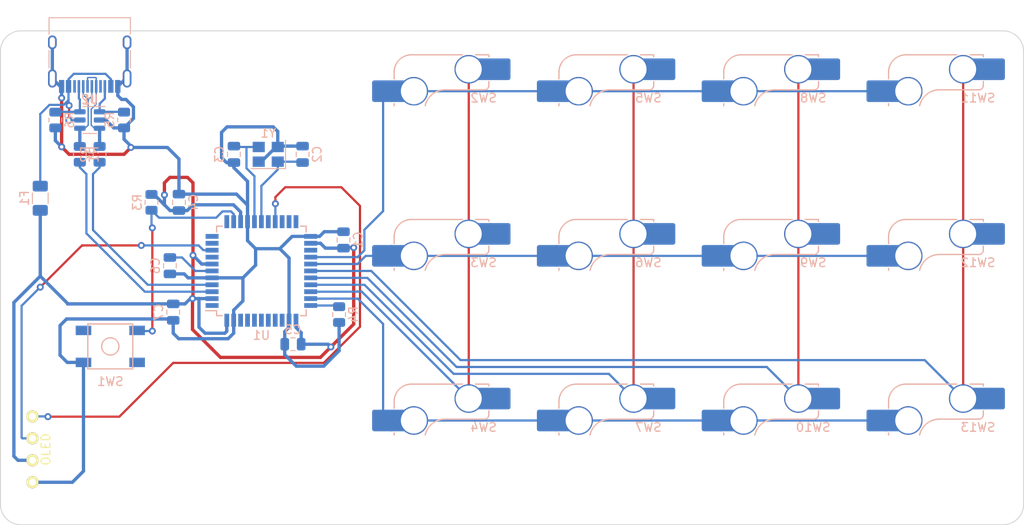
<source format=kicad_pcb>
(kicad_pcb (version 20211014) (generator pcbnew)
  (layers (0 "F.Cu" signal) (31 "B.Cu" signal) (34 "B.Paste" user) (35 "F.Paste" user) (36 "B.SilkS" user "B.Silkscreen") (37 "F.SilkS" user "F.Silkscreen") (38 "B.Mask" user) (39 "F.Mask" user) (44 "Edge.Cuts" user))
  (net 0 "")
  (net 1 "+5V")
  (net 2 "GND")
  (net 3 "Net-(C2-Pad1)")
  (net 4 "Net-(C3-Pad1)")
  (net 5 "Net-(C6-Pad1)")
  (net 6 "ESD5V")
  (net 7 "CC1")
  (net 8 "D+")
  (net 9 "D-")
  (net 11 "CC2")
  (net 13 "SDA")
  (net 14 "SCL")
  (net 15 "Net-(R1-Pad1)")
  (net 16 "Net-(R2-Pad2)")
  (net 17 "Net-(R3-Pad2)")
  (net 18 "Net-(R4-Pad2)")
  (net 19 "ROW0")
  (net 20 "COL0")
  (net 21 "ROW1")
  (net 22 "ROW2")
  (net 23 "COL1")
  (net 24 "COL2")
  (net 25 "COL3")
  (footprint "kbd:OLED_v2" (layer "F.Cu") (at 142.6075 100.80625 -90)
    (fp_text reference "OL1")
    (fp_text value "OLED" hide)
  )
  (footprint "Resistor_SMD:R_0805_2012Metric" (layer "B.Cu") (at 148.082 66.675 90)
    (fp_text reference "R1")
    (fp_text value "22")
  )
  (footprint "marbastlib-mx:SW_MX_HS_1u" (layer "B.Cu") (at 190.5 61.9125 180)
    (fp_text reference "SW2")
    (fp_text value "MX_SW_HS" hide)
  )
  (footprint "Crystal:Crystal_SMD_3225-4Pin_3.2x2.5mm" (layer "B.Cu") (at 169.8625 66.675 180)
    (fp_text reference "Y1")
    (fp_text value "16MHz")
  )
  (footprint "marbastlib-mx:SW_MX_HS_1u" (layer "B.Cu") (at 209.55 100.0125 180)
    (fp_text reference "SW7")
    (fp_text value "MX_SW_HS" hide)
  )
  (footprint "marbastlib-mx:SW_MX_HS_1u" (layer "B.Cu") (at 228.6 100.0125 180)
    (fp_text reference "SW10")
    (fp_text value "MX_SW_HS" hide)
  )
  (footprint "random-keyboard-parts:SKQG-1155865" (layer "B.Cu") (at 151.60625 88.9 180)
    (fp_text reference "SW1")
    (fp_text value "SW_Push")
  )
  (footprint "marbastlib-mx:SW_MX_HS_1u" (layer "B.Cu") (at 209.55 80.9625 180)
    (fp_text reference "SW6")
    (fp_text value "MX_SW_HS" hide)
  )
  (footprint "marbastlib-mx:SW_MX_HS_1u" (layer "B.Cu") (at 247.65 61.9125 180)
    (fp_text reference "SW11")
    (fp_text value "MX_SW_HS" hide)
  )
  (footprint "marbastlib-mx:SW_MX_HS_1u" (layer "B.Cu") (at 228.6 61.9125 180)
    (fp_text reference "SW8")
    (fp_text value "MX_SW_HS" hide)
  )
  (footprint "marbastlib-mx:SW_MX_HS_1u" (layer "B.Cu") (at 190.5 80.9625 180)
    (fp_text reference "SW3")
    (fp_text value "MX_SW_HS" hide)
  )
  (footprint "Capacitor_SMD:C_0805_2012Metric" (layer "B.Cu") (at 172.72 88.646 180)
    (fp_text reference "C5")
    (fp_text value "0.1uF")
  )
  (footprint "Capacitor_SMD:C_0805_2012Metric" (layer "B.Cu") (at 165.89375 66.675 -90)
    (fp_text reference "C3")
    (fp_text value "22pF")
  )
  (footprint "Capacitor_SMD:C_0805_2012Metric" (layer "B.Cu") (at 173.83125 66.675 90)
    (fp_text reference "C2")
    (fp_text value "22pF")
  )
  (footprint "marbastlib-mx:SW_MX_HS_1u" (layer "B.Cu") (at 190.5 100.0125 180)
    (fp_text reference "SW4")
    (fp_text value "MX_SW_HS" hide)
  )
  (footprint "Capacitor_SMD:C_0805_2012Metric" (layer "B.Cu") (at 158.877 84.93125 -90)
    (fp_text reference "C7")
    (fp_text value "10uF")
  )
  (footprint "Connector_USB:USB_C_Receptacle_HRO_TYPE-C-31-M-12" (layer "B.Cu") (at 149.225 54.76875)
    (fp_text reference "J1")
    (fp_text value "USB_C_Receptacle_USB2.0")
  )
  (footprint "Package_TO_SOT_SMD:SOT-23-6" (layer "B.Cu") (at 149.225 62.70625 180)
    (fp_text reference "U2")
    (fp_text value "SRV05-4")
  )
  (footprint "marbastlib-mx:SW_MX_HS_1u" (layer "B.Cu") (at 247.65 100.0125 180)
    (fp_text reference "SW13")
    (fp_text value "MX_SW_HS" hide)
  )
  (footprint "marbastlib-mx:SW_MX_HS_1u" (layer "B.Cu") (at 228.6 80.9625 180)
    (fp_text reference "SW9")
    (fp_text value "MX_SW_HS" hide)
  )
  (footprint "Package_QFP:TQFP-44_10x10mm_P0.8mm" (layer "B.Cu") (at 169.06875 80.16875)
    (fp_text reference "U1")
    (fp_text value "ATmega32U4-AU")
  )
  (footprint "Resistor_SMD:R_0805_2012Metric" (layer "B.Cu") (at 178.054 85.217 90)
    (fp_text reference "R4")
    (fp_text value "10k")
  )
  (footprint "Resistor_SMD:R_0805_2012Metric" (layer "B.Cu") (at 156.36875 72.23125 -90)
    (fp_text reference "R3")
    (fp_text value "10k")
  )
  (footprint "Resistor_SMD:R_0805_2012Metric" (layer "B.Cu") (at 145.25625 62.70625 90)
    (fp_text reference "R6")
    (fp_text value "5.1k")
  )
  (footprint "Resistor_SMD:R_0805_2012Metric" (layer "B.Cu") (at 153.19375 62.70625 -90)
    (fp_text reference "R5")
    (fp_text value "5.1k")
  )
  (footprint "marbastlib-mx:SW_MX_HS_1u" (layer "B.Cu") (at 247.65 80.9625 180)
    (fp_text reference "SW12")
    (fp_text value "MX_SW_HS" hide)
  )
  (footprint "Fuse:Fuse_1206_3216Metric" (layer "B.Cu") (at 143.51 71.755 -90)
    (fp_text reference "F1")
    (fp_text value "500mA")
  )
  (footprint "Capacitor_SMD:C_0805_2012Metric" (layer "B.Cu") (at 158.496 79.563 -90)
    (fp_text reference "C6")
    (fp_text value "1uF")
  )
  (footprint "Capacitor_SMD:C_0805_2012Metric" (layer "B.Cu") (at 159.54375 72.23125 90)
    (fp_text reference "C4")
    (fp_text value "0.1uF")
  )
  (footprint "Capacitor_SMD:C_0805_2012Metric" (layer "B.Cu") (at 178.562 76.581 90)
    (fp_text reference "C1")
    (fp_text value "0.1uF")
  )
  (footprint "Resistor_SMD:R_0805_2012Metric" (layer "B.Cu") (at 150.368 66.675 -90)
    (fp_text reference "R2")
    (fp_text value "22")
  )
  (footprint "marbastlib-mx:SW_MX_HS_1u" (layer "B.Cu") (at 209.55 61.9125 180)
    (fp_text reference "SW5")
    (fp_text value "MX_SW_HS" hide)
  )
  (gr_line (start 138.90625 107.15625) (end 138.90625 54.76875) (layer "Edge.Cuts") (width 0.1))
  (gr_line (start 141.2875 109.5375) (end 254.79375 109.5375) (layer "Edge.Cuts") (width 0.1))
  (gr_arc (start 257.175 107.15625) (mid 256.477548 108.840048) (end 254.79375 109.5375) (layer "Edge.Cuts") (width 0.1))
  (gr_arc (start 138.90625 54.76875) (mid 139.603702 53.084952) (end 141.2875 52.3875) (layer "Edge.Cuts") (width 0.1))
  (gr_line (start 257.175 107.15625) (end 257.175 54.76875) (layer "Edge.Cuts") (width 0.1))
  (gr_arc (start 141.2875 109.5375) (mid 139.603702 108.840048) (end 138.90625 107.15625) (layer "Edge.Cuts") (width 0.1))
  (gr_line (start 254.79375 52.3875) (end 141.2875 52.3875) (layer "Edge.Cuts") (width 0.1))
  (gr_arc (start 254.79375 52.3875) (mid 256.477548 53.084952) (end 257.175 54.76875) (layer "Edge.Cuts") (width 0.1))
  (segment (start 161.10625 83.36875) (end 161.10625 86.93825) (width 0.381) (layer "F.Cu") (net 1))
  (segment (start 161.163 69.977) (end 161.163 78.359) (width 0.381) (layer "F.Cu") (net 1))
  (segment (start 158.496 69.342) (end 160.528 69.342) (width 0.381) (layer "F.Cu") (net 1))
  (segment (start 161.163 83.312) (end 161.10625 83.36875) (width 0.381) (layer "F.Cu") (net 1))
  (segment (start 157.861 69.977) (end 158.496 69.342) (width 0.381) (layer "F.Cu") (net 1))
  (segment (start 157.861 71.374) (end 157.861 69.977) (width 0.381) (layer "F.Cu") (net 1))
  (segment (start 177.1015 88.9635) (end 179.7405 86.3245) (width 0.381) (layer "F.Cu") (net 1))
  (segment (start 161.163 78.359) (end 161.163 83.312) (width 0.381) (layer "F.Cu") (net 1))
  (segment (start 175.895 90.17) (end 177.1015 88.9635) (width 0.381) (layer "F.Cu") (net 1))
  (segment (start 161.10625 86.93825) (end 163.322 89.154) (width 0.381) (layer "F.Cu") (net 1))
  (segment (start 160.528 69.342) (end 161.163 69.977) (width 0.381) (layer "F.Cu") (net 1))
  (segment (start 163.322 89.154) (end 164.338 90.17) (width 0.381) (layer "F.Cu") (net 1))
  (segment (start 164.338 90.17) (end 175.895 90.17) (width 0.381) (layer "F.Cu") (net 1))
  (segment (start 179.7405 86.3245) (end 179.7405 77.47) (width 0.381) (layer "F.Cu") (net 1))
  (via (at 177.1015 88.9635) (size 0.8) (drill 0.4) (layers "F.Cu" "B.Cu") (net 1))
  (via (at 179.7405 77.47) (size 0.8) (drill 0.4) (layers "F.Cu" "B.Cu") (net 1))
  (via (at 157.861 71.374) (size 0.8) (drill 0.4) (layers "F.Cu" "B.Cu") (net 1))
  (via (at 161.10625 83.36875) (size 0.8) (drill 0.4) (layers "F.Cu" "B.Cu") (net 1))
  (via (at 161.163 78.359) (size 0.8) (drill 0.4) (layers "F.Cu" "B.Cu") (net 1))
  (segment (start 157.734 72.39) (end 157.9245 72.5805) (width 0.381) (layer "B.Cu") (net 1))
  (segment (start 178.623 77.47) (end 178.562 77.531) (width 0.381) (layer "B.Cu") (net 1))
  (segment (start 162.17275 79.36875) (end 161.163 78.359) (width 0.381) (layer "B.Cu") (net 1))
  (segment (start 163.36875 79.36875) (end 162.17275 79.36875) (width 0.381) (layer "B.Cu") (net 1))
  (segment (start 159.54375 73.18125) (end 160.49875 73.18125) (width 0.381) (layer "B.Cu") (net 1))
  (segment (start 163.36875 83.36875) (end 161.85475 83.36875) (width 0.381) (layer "B.Cu") (net 1))
  (segment (start 179.7405 77.47) (end 178.623 77.47) (width 0.381) (layer "B.Cu") (net 1))
  (segment (start 161.85475 83.36875) (end 161.10625 83.36875) (width 0.381) (layer "B.Cu") (net 1))
  (segment (start 165.848 72.517) (end 166.66875 73.33775) (width 0.381) (layer "B.Cu") (net 1))
  (segment (start 157.9245 72.5805) (end 158.52525 73.18125) (width 0.381) (layer "B.Cu") (net 1))
  (segment (start 166.66875 73.33775) (end 166.66875 74.46875) (width 0.381) (layer "B.Cu") (net 1))
  (segment (start 146.71925 83.98125) (end 158.877 83.98125) (width 0.381) (layer "B.Cu") (net 1))
  (segment (start 161.163 72.517) (end 165.848 72.517) (width 0.381) (layer "B.Cu") (net 1))
  (segment (start 174.76875 76.96875) (end 175.88825 76.96875) (width 0.381) (layer "B.Cu") (net 1))
  (segment (start 173.06875 86.70875) (end 173.67 87.31) (width 0.381) (layer "B.Cu") (net 1))
  (segment (start 160.49875 73.18125) (end 161.163 72.517) (width 0.381) (layer "B.Cu") (net 1))
  (segment (start 161.10625 83.36875) (end 160.85225 83.36875) (width 0.381) (layer "B.Cu") (net 1))
  (segment (start 165.06875 85.86875) (end 165.06875 87.15325) (width 0.381) (layer "B.Cu") (net 1))
  (segment (start 176.464 77.531) (end 178.562 77.531) (width 0.381) (layer "B.Cu") (net 1))
  (segment (start 142.6075 102.07625) (end 140.93825 102.07625) (width 0.381) (layer "B.Cu") (net 1))
  (segment (start 140.93825 102.07625) (end 140.462 101.6) (width 0.381) (layer "B.Cu") (net 1))
  (segment (start 140.462 83.82) (end 143.51 80.772) (width 0.381) (layer "B.Cu") (net 1))
  (segment (start 146.65075 83.98125) (end 146.71925 83.98125) (width 0.381) (layer "B.Cu") (net 1))
  (segment (start 161.85475 86.67075) (end 161.85475 83.36875) (width 0.381) (layer "B.Cu") (net 1))
  (segment (start 176.784 88.646) (end 177.1015 88.9635) (width 0.381) (layer "B.Cu") (net 1))
  (segment (start 165.06875 87.15325) (end 164.846 87.376) (width 0.381) (layer "B.Cu") (net 1))
  (segment (start 175.895 76.962) (end 176.464 77.531) (width 0.381) (layer "B.Cu") (net 1))
  (segment (start 157.9245 72.5805) (end 157.861 72.517) (width 0.381) (layer "B.Cu") (net 1))
  (segment (start 160.85225 83.36875) (end 160.23975 83.98125) (width 0.381) (layer "B.Cu") (net 1))
  (segment (start 173.67 88.646) (end 176.784 88.646) (width 0.381) (layer "B.Cu") (net 1))
  (segment (start 173.06875 85.86875) (end 173.06875 86.70875) (width 0.381) (layer "B.Cu") (net 1))
  (segment (start 156.66275 71.31875) (end 157.734 72.39) (width 0.381) (layer "B.Cu") (net 1))
  (segment (start 160.23975 83.98125) (end 158.877 83.98125) (width 0.381) (layer "B.Cu") (net 1))
  (segment (start 158.52525 73.18125) (end 159.54375 73.18125) (width 0.381) (layer "B.Cu") (net 1))
  (segment (start 140.462 101.6) (end 140.462 83.82) (width 0.381) (layer "B.Cu") (net 1))
  (segment (start 173.67 87.31) (end 173.67 88.646) (width 0.381) (layer "B.Cu") (net 1))
  (segment (start 157.861 72.517) (end 157.861 71.374) (width 0.381) (layer "B.Cu") (net 1))
  (segment (start 156.36875 71.31875) (end 156.66275 71.31875) (width 0.381) (layer "B.Cu") (net 1))
  (segment (start 175.88825 76.96875) (end 175.895 76.962) (width 0.381) (layer "B.Cu") (net 1))
  (segment (start 164.846 87.376) (end 162.56 87.376) (width 0.381) (layer "B.Cu") (net 1))
  (segment (start 162.56 87.376) (end 161.85475 86.67075) (width 0.381) (layer "B.Cu") (net 1))
  (segment (start 143.51 80.772) (end 146.71925 83.98125) (width 0.381) (layer "B.Cu") (net 1))
  (segment (start 143.51 73.155) (end 143.51 80.772) (width 0.381) (layer "B.Cu") (net 1))
  (segment (start 145.981786 60.159536) (end 145.981786 65.813036) (width 0.381) (layer "F.Cu") (net 2))
  (segment (start 146.84375 66.675) (end 153.19375 66.675) (width 0.381) (layer "F.Cu") (net 2))
  (segment (start 145.981786 65.813036) (end 146.84375 66.675) (width 0.381) (layer "F.Cu") (net 2))
  (segment (start 153.19375 66.675) (end 153.9875 65.88125) (width 0.381) (layer "F.Cu") (net 2))
  (via (at 145.981786 60.159536) (size 0.8) (drill 0.4) (layers "F.Cu" "B.Cu") (net 2))
  (via (at 145.981786 65.813036) (size 0.8) (drill 0.4) (layers "F.Cu" "B.Cu") (net 2))
  (via (at 153.9875 65.88125) (size 0.8) (drill 0.4) (layers "F.Cu" "B.Cu") (net 2))
  (segment (start 173.101 91.186) (end 171.77 89.855) (width 0.381) (layer "B.Cu") (net 2))
  (segment (start 146.558 85.725) (end 158.72075 85.725) (width 0.381) (layer "B.Cu") (net 2))
  (segment (start 166.93525 80.96875) (end 168.402 79.502) (width 0.381) (layer "B.Cu") (net 2))
  (segment (start 152.01075 63.61875) (end 153.19375 63.61875) (width 0.381) (layer "B.Cu") (net 2))
  (segment (start 163.36875 80.96875) (end 166.93525 80.96875) (width 0.381) (layer "B.Cu") (net 2))
  (segment (start 165.86875 87.36925) (end 165.227 88.011) (width 0.381) (layer "B.Cu") (net 2))
  (segment (start 146.63 90.75) (end 145.796 89.916) (width 0.381) (layer "B.Cu") (net 2))
  (segment (start 167.46875 76.66375) (end 167.46875 74.46875) (width 0.381) (layer "B.Cu") (net 2))
  (segment (start 171.196 77.597) (end 168.402 77.597) (width 0.381) (layer "B.Cu") (net 2))
  (segment (start 172.26875 85.86875) (end 172.26875 78.66975) (width 0.381) (layer "B.Cu") (net 2))
  (segment (start 166.93525 83.63575) (end 166.93525 80.96875) (width 0.381) (layer "B.Cu") (net 2))
  (segment (start 165.89375 67.625) (end 165.034 67.625) (width 0.381) (layer "B.Cu") (net 2))
  (segment (start 165.86875 84.70225) (end 166.93525 83.63575) (width 0.381) (layer "B.Cu") (net 2))
  (segment (start 165.89375 67.625) (end 165.89375 68.23075) (width 0.381) (layer "B.Cu") (net 2))
  (segment (start 159.54375 71.28125) (end 166.18875 71.28125) (width 0.381) (layer "B.Cu") (net 2))
  (segment (start 153.39 57.89875) (end 152.475 58.81375) (width 0.381) (layer "B.Cu") (net 2))
  (segment (start 174.76875 76.16875) (end 175.79925 76.16875) (width 0.381) (layer "B.Cu") (net 2))
  (segment (start 167.46875 69.80575) (end 167.46875 72.56125) (width 0.381) (layer "B.Cu") (net 2))
  (segment (start 148.50625 90.75) (end 146.63 90.75) (width 0.381) (layer "B.Cu") (net 2))
  (segment (start 145.975 58.81375) (end 145.82 58.81375) (width 0.381) (layer "B.Cu") (net 2))
  (segment (start 165.227 88.011) (end 159.512 88.011) (width 0.381) (layer "B.Cu") (net 2))
  (segment (start 165.86875 85.86875) (end 165.86875 87.36925) (width 0.381) (layer "B.Cu") (net 2))
  (segment (start 170.7625 65.825) (end 170.9625 65.825) (width 0.381) (layer "B.Cu") (net 2))
  (segment (start 168.402 79.502) (end 168.402 77.597) (width 0.381) (layer "B.Cu") (net 2))
  (segment (start 158.21025 65.88125) (end 159.54375 67.21475) (width 0.381) (layer "B.Cu") (net 2))
  (segment (start 178.054 86.1295) (end 178.054 89.408) (width 0.381) (layer "B.Cu") (net 2))
  (segment (start 165.89375 68.23075) (end 167.46875 69.80575) (width 0.381) (layer "B.Cu") (net 2))
  (segment (start 170.9625 64.0285) (end 170.9625 65.825) (width 0.381) (layer "B.Cu") (net 2))
  (segment (start 159.512 88.011) (end 158.877 87.376) (width 0.381) (layer "B.Cu") (net 2))
  (segment (start 164.465 64.135) (end 165.1 63.5) (width 0.381) (layer "B.Cu") (net 2))
  (segment (start 165.034 67.625) (end 164.465 67.056) (width 0.381) (layer "B.Cu") (net 2))
  (segment (start 172.62425 76.16875) (end 171.196 77.597) (width 0.381) (layer "B.Cu") (net 2))
  (segment (start 164.465 67.056) (end 164.465 64.135) (width 0.381) (layer "B.Cu") (net 2))
  (segment (start 171.77 87.183) (end 171.77 88.646) (width 0.381) (layer "B.Cu") (net 2))
  (segment (start 168.7625 67.525) (end 169.0625 67.525) (width 0.381) (layer "B.Cu") (net 2))
  (segment (start 160.142 80.513) (end 160.59775 80.96875) (width 0.381) (layer "B.Cu") (net 2))
  (segment (start 175.79925 76.16875) (end 176.337 75.631) (width 0.381) (layer "B.Cu") (net 2))
  (segment (start 165.86875 85.86875) (end 165.86875 84.70225) (width 0.381) (layer "B.Cu") (net 2))
  (segment (start 170.434 63.5) (end 170.9625 64.0285) (width 0.381) (layer "B.Cu") (net 2))
  (segment (start 145.796 89.916) (end 145.796 86.487) (width 0.381) (layer "B.Cu") (net 2))
  (segment (start 176.276 91.186) (end 173.101 91.186) (width 0.381) (layer "B.Cu") (net 2))
  (segment (start 144.905 57.89875) (end 144.905 53.71875) (width 0.381) (layer "B.Cu") (net 2))
  (segment (start 168.402 77.597) (end 167.46875 76.66375) (width 0.381) (layer "B.Cu") (net 2))
  (segment (start 159.50625 71.31875) (end 159.54375 71.28125) (width 0.381) (layer "B.Cu") (net 2))
  (segment (start 150.3625 62.70625) (end 151.09825 62.70625) (width 0.381) (layer "B.Cu") (net 2))
  (segment (start 153.545 57.89875) (end 153.545 53.71875) (width 0.381) (layer "B.Cu") (net 2))
  (segment (start 172.26875 86.68425) (end 171.77 87.183) (width 0.381) (layer "B.Cu") (net 2))
  (segment (start 153.9875 65.88125) (end 158.21025 65.88125) (width 0.381) (layer "B.Cu") (net 2))
  (segment (start 173.83125 65.725) (end 171.0625 65.725) (width 0.381) (layer "B.Cu") (net 2))
  (segment (start 148.50625 103.33475) (end 148.50625 90.75) (width 0.381) (layer "B.Cu") (net 2))
  (segment (start 152.475 58.81375) (end 152.475 59.892) (width 0.381) (layer "B.Cu") (net 2))
  (segment (start 171.77 89.855) (end 171.77 88.646) (width 0.381) (layer "B.Cu") (net 2))
  (segment (start 172.26875 78.66975) (end 171.196 77.597) (width 0.381) (layer "B.Cu") (net 2))
  (segment (start 165.1 63.5) (end 170.434 63.5) (width 0.381) (layer "B.Cu") (net 2))
  (segment (start 178.054 89.408) (end 176.276 91.186) (width 0.381) (layer "B.Cu") (net 2))
  (segment (start 145.25625 65.0875) (end 145.981786 65.813036) (width 0.381) (layer "B.Cu") (net 2))
  (segment (start 145.796 86.487) (end 146.558 85.725) (width 0.381) (layer "B.Cu") (net 2))
  (segment (start 152.908 60.325) (end 153.416 60.325) (width 0.381) (layer "B.Cu") (net 2))
  (segment (start 159.54375 67.21475) (end 159.54375 71.28125) (width 0.381) (layer "B.Cu") (net 2))
  (segment (start 153.416 60.325) (end 154.28425 61.19325) (width 0.381) (layer "B.Cu") (net 2))
  (segment (start 153.9875 65.88125) (end 153.9875 65.725) (width 0.381) (layer "B.Cu") (net 2))
  (segment (start 158.72075 85.725) (end 158.877 85.88125) (width 0.381) (layer "B.Cu") (net 2))
  (segment (start 153.9875 65.725) (end 153.19375 64.93125) (width 0.381) (layer "B.Cu") (net 2))
  (segment (start 176.337 75.631) (end 178.562 75.631) (width 0.381) (layer "B.Cu") (net 2))
  (segment (start 166.18875 71.28125) (end 167.46875 72.56125) (width 0.381) (layer "B.Cu") (net 2))
  (segment (start 145.975 58.81375) (end 145.975 60.15275) (width 0.381) (layer "B.Cu") (net 2))
  (segment (start 152.475 59.892) (end 152.908 60.325) (width 0.381) (layer "B.Cu") (net 2))
  (segment (start 158.496 80.513) (end 160.142 80.513) (width 0.381) (layer "B.Cu") (net 2))
  (segment (start 160.59775 80.96875) (end 163.36875 80.96875) (width 0.381) (layer "B.Cu") (net 2))
  (segment (start 171.0625 65.725) (end 170.9625 65.825) (width 0.381) (layer "B.Cu") (net 2))
  (segment (start 167.46875 72.56125) (end 167.46875 74.46875) (width 0.381) (layer "B.Cu") (net 2))
  (segment (start 145.82 58.81375) (end 144.905 57.89875) (width 0.381) (layer "B.Cu") (net 2))
  (segment (start 153.19375 63.61875) (end 153.19375 64.93125) (width 0.381) (layer "B.Cu") (net 2))
  (segment (start 172.26875 85.86875) (end 172.26875 86.68425) (width 0.381) (layer "B.Cu") (net 2))
  (segment (start 153.19375 63.61875) (end 154.28425 62.52825) (width 0.381) (layer "B.Cu") (net 2))
  (segment (start 154.28425 61.19325) (end 154.28425 62.52825) (width 0.381) (layer "B.Cu") (net 2))
  (segment (start 158.877 87.376) (end 158.877 85.88125) (width 0.381) (layer "B.Cu") (net 2))
  (segment (start 147.22475 104.61625) (end 148.50625 103.33475) (width 0.381) (layer "B.Cu") (net 2))
  (segment (start 174.76875 76.16875) (end 172.62425 76.16875) (width 0.381) (layer "B.Cu") (net 2))
  (segment (start 145.975 60.15275) (end 145.981786 60.159536) (width 0.381) (layer "B.Cu") (net 2))
  (segment (start 151.09825 62.70625) (end 152.01075 63.61875) (width 0.381) (layer "B.Cu") (net 2))
  (segment (start 153.545 57.89875) (end 153.39 57.89875) (width 0.381) (layer "B.Cu") (net 2))
  (segment (start 169.0625 67.525) (end 170.7625 65.825) (width 0.381) (layer "B.Cu") (net 2))
  (segment (start 142.6075 104.61625) (end 147.22475 104.61625) (width 0.381) (layer "B.Cu") (net 2))
  (segment (start 145.25625 63.61875) (end 145.25625 65.0875) (width 0.381) (layer "B.Cu") (net 2))
  (segment (start 170.9625 68.4325) (end 169.06875 70.32625) (width 0.254) (layer "B.Cu") (net 3))
  (segment (start 170.9625 67.525) (end 173.73125 67.525) (width 0.254) (layer "B.Cu") (net 3))
  (segment (start 169.06875 70.32625) (end 169.06875 74.46875) (width 0.254) (layer "B.Cu") (net 3))
  (segment (start 173.73125 67.525) (end 173.83125 67.625) (width 0.254) (layer "B.Cu") (net 3))
  (segment (start 170.9625 67.525) (end 170.9625 68.4325) (width 0.254) (layer "B.Cu") (net 3))
  (segment (start 167.347 65.825) (end 165.99375 65.825) (width 0.254) (layer "B.Cu") (net 4))
  (segment (start 168.26875 69.20875) (end 167.347 68.287) (width 0.254) (layer "B.Cu") (net 4))
  (segment (start 168.7625 65.825) (end 167.347 65.825) (width 0.254) (layer "B.Cu") (net 4))
  (segment (start 167.347 68.287) (end 167.347 65.825) (width 0.254) (layer "B.Cu") (net 4))
  (segment (start 168.26875 74.46875) (end 168.26875 69.20875) (width 0.254) (layer "B.Cu") (net 4))
  (segment (start 165.99375 65.825) (end 165.89375 65.725) (width 0.254) (layer "B.Cu") (net 4))
  (segment (start 158.496 78.613) (end 159.893 78.613) (width 0.254) (layer "B.Cu") (net 5))
  (segment (start 159.893 78.613) (end 161.44875 80.16875) (width 0.254) (layer "B.Cu") (net 5))
  (segment (start 161.44875 80.16875) (end 163.36875 80.16875) (width 0.254) (layer "B.Cu") (net 5))
  (segment (start 146.84375 62.70625) (end 146.812 62.738) (width 0.254) (layer "F.Cu") (net 6))
  (segment (start 146.84375 61.02975) (end 146.84375 62.70625) (width 0.254) (layer "F.Cu") (net 6))
  (via (at 146.812 62.738) (size 0.8) (drill 0.4) (layers "F.Cu" "B.Cu") (net 6))
  (via (at 146.84375 61.02975) (size 0.8) (drill 0.4) (layers "F.Cu" "B.Cu") (net 6))
  (segment (start 146.775 60.961) (end 146.84375 61.02975) (width 0.254) (layer "B.Cu") (net 6))
  (segment (start 146.2145 60.95425) (end 144.567249 60.95425) (width 0.254) (layer "B.Cu") (net 6))
  (segment (start 151.675 58.81375) (end 151.675 57.98475) (width 0.254) (layer "B.Cu") (net 6))
  (segment (start 146.775 60.39375) (end 146.775 60.961) (width 0.254) (layer "B.Cu") (net 6))
  (segment (start 146.775 57.98475) (end 146.775 58.81375) (width 0.254) (layer "B.Cu") (net 6))
  (segment (start 148.05575 62.738) (end 148.0875 62.70625) (width 0.254) (layer "B.Cu") (net 6))
  (segment (start 146.775 60.39375) (end 146.2145 60.95425) (width 0.254) (layer "B.Cu") (net 6))
  (segment (start 146.775 58.81375) (end 146.775 60.288) (width 0.254) (layer "B.Cu") (net 6))
  (segment (start 144.567249 60.95425) (end 143.51 62.011499) (width 0.254) (layer "B.Cu") (net 6))
  (segment (start 143.51 62.011499) (end 143.51 70.355) (width 0.254) (layer "B.Cu") (net 6))
  (segment (start 147.99225 62.611) (end 148.0875 62.70625) (width 0.254) (layer "B.Cu") (net 6))
  (segment (start 146.775 60.288) (end 146.775 60.39375) (width 0.254) (layer "B.Cu") (net 6))
  (segment (start 146.812 62.738) (end 148.05575 62.738) (width 0.254) (layer "B.Cu") (net 6))
  (segment (start 151.675 57.98475) (end 151.052 57.36175) (width 0.254) (layer "B.Cu") (net 6))
  (segment (start 151.052 57.36175) (end 147.398 57.36175) (width 0.254) (layer "B.Cu") (net 6))
  (segment (start 147.398 57.36175) (end 146.775 57.98475) (width 0.254) (layer "B.Cu") (net 6))
  (segment (start 148.0875 61.75625) (end 145.29375 61.75625) (width 0.254) (layer "B.Cu") (net 7))
  (segment (start 145.29375 61.75625) (end 145.25625 61.79375) (width 0.254) (layer "B.Cu") (net 7))
  (segment (start 148.0875 60.3305) (end 148.0875 61.75625) (width 0.254) (layer "B.Cu") (net 7))
  (segment (start 147.975 60.218) (end 148.0875 60.3305) (width 0.254) (layer "B.Cu") (net 7))
  (segment (start 147.975 58.81375) (end 147.975 60.218) (width 0.254) (layer "B.Cu") (net 7))
  (segment (start 148.975 57.83875) (end 149.025 57.78875) (width 0.14986) (layer "B.Cu") (net 8))
  (segment (start 149.4 61.455308) (end 149.4 63.294) (width 0.14986) (layer "B.Cu") (net 8))
  (segment (start 150.368 63.66175) (end 150.3625 63.65625) (width 0.2) (layer "B.Cu") (net 8))
  (segment (start 148.975 58.81375) (end 148.975 57.83875) (width 0.14986) (layer "B.Cu") (net 8))
  (segment (start 149.925 57.78875) (end 149.975 57.83875) (width 0.14986) (layer "B.Cu") (net 8))
  (segment (start 149.975 60.880308) (end 149.4 61.455308) (width 0.14986) (layer "B.Cu") (net 8))
  (segment (start 149.975 58.81375) (end 149.975 60.880308) (width 0.14986) (layer "B.Cu") (net 8))
  (segment (start 149.76225 63.65625) (end 150.3625 63.65625) (width 0.14986) (layer "B.Cu") (net 8))
  (segment (start 149.025 57.78875) (end 149.925 57.78875) (width 0.14986) (layer "B.Cu") (net 8))
  (segment (start 150.368 65.7625) (end 150.368 63.66175) (width 0.381) (layer "B.Cu") (net 8))
  (segment (start 149.4 63.294) (end 149.76225 63.65625) (width 0.14986) (layer "B.Cu") (net 8))
  (segment (start 149.975 57.83875) (end 149.975 58.81375) (width 0.14986) (layer "B.Cu") (net 8))
  (segment (start 148.0875 63.65625) (end 148.68775 63.65625) (width 0.14986) (layer "B.Cu") (net 9))
  (segment (start 149.05014 60.37286) (end 149.05014 63.29386) (width 0.14986) (layer "B.Cu") (net 9))
  (segment (start 148.475 59.79772) (end 148.475 58.81375) (width 0.14986) (layer "B.Cu") (net 9))
  (segment (start 149.475 59.948) (end 149.475 58.81375) (width 0.14986) (layer "B.Cu") (net 9))
  (segment (start 148.68775 63.65625) (end 149.05014 63.29386) (width 0.14986) (layer "B.Cu") (net 9))
  (segment (start 149.05014 60.37286) (end 148.475 59.79772) (width 0.14986) (layer "B.Cu") (net 9))
  (segment (start 148.0875 65.757) (end 148.082 65.7625) (width 0.14986) (layer "B.Cu") (net 9))
  (segment (start 148.082 63.66175) (end 148.0875 63.65625) (width 0.14986) (layer "B.Cu") (net 9))
  (segment (start 148.082 65.7625) (end 148.082 63.66175) (width 0.381) (layer "B.Cu") (net 9))
  (segment (start 149.05014 60.37286) (end 149.475 59.948) (width 0.14986) (layer "B.Cu") (net 9))
  (segment (start 150.975 60.226) (end 150.975 58.81375) (width 0.254) (layer "B.Cu") (net 11))
  (segment (start 150.37693 61.74182) (end 150.37693 60.82407) (width 0.254) (layer "B.Cu") (net 11))
  (segment (start 150.37693 60.82407) (end 150.975 60.226) (width 0.254) (layer "B.Cu") (net 11))
  (segment (start 150.3625 61.75625) (end 150.37693 61.74182) (width 0.254) (layer "B.Cu") (net 11))
  (segment (start 150.3625 61.75625) (end 153.15625 61.75625) (width 0.254) (layer "B.Cu") (net 11))
  (segment (start 153.15625 61.75625) (end 153.19375 61.79375) (width 0.254) (layer "B.Cu") (net 11))
  (segment (start 180.467 72.644) (end 178.308 70.485) (width 0.254) (layer "F.Cu") (net 13))
  (segment (start 144.399 97.028) (end 152.654 97.028) (width 0.254) (layer "F.Cu") (net 13))
  (segment (start 170.688 71.628) (end 170.688 72.39) (width 0.254) (layer "F.Cu") (net 13))
  (segment (start 176.288134 90.805) (end 180.467 86.626134) (width 0.254) (layer "F.Cu") (net 13))
  (segment (start 152.654 97.028) (end 158.877 90.805) (width 0.254) (layer "F.Cu") (net 13))
  (segment (start 178.308 70.485) (end 171.831 70.485) (width 0.254) (layer "F.Cu") (net 13))
  (segment (start 171.831 70.485) (end 170.688 71.628) (width 0.254) (layer "F.Cu") (net 13))
  (segment (start 180.467 86.626134) (end 180.467 72.644) (width 0.254) (layer "F.Cu") (net 13))
  (segment (start 158.877 90.805) (end 176.288134 90.805) (width 0.254) (layer "F.Cu") (net 13))
  (via (at 144.399 97.028) (size 0.8) (drill 0.4) (layers "F.Cu" "B.Cu") (net 13))
  (via (at 170.688 72.39) (size 0.8) (drill 0.4) (layers "F.Cu" "B.Cu") (net 13))
  (segment (start 142.6075 96.99625) (end 144.36725 96.99625) (width 0.254) (layer "B.Cu") (net 13))
  (segment (start 170.688 72.39) (end 170.688 74.4495) (width 0.254) (layer "B.Cu") (net 13))
  (segment (start 170.688 74.4495) (end 170.66875 74.46875) (width 0.254) (layer "B.Cu") (net 13))
  (segment (start 144.36725 96.99625) (end 144.399 97.028) (width 0.254) (layer "B.Cu") (net 13))
  (segment (start 148.336 77.216) (end 148.463 77.216) (width 0.254) (layer "F.Cu") (net 14))
  (segment (start 148.463 77.216) (end 155.194 77.216) (width 0.254) (layer "F.Cu") (net 14))
  (segment (start 143.51 82.042) (end 148.336 77.216) (width 0.254) (layer "F.Cu") (net 14))
  (via (at 143.51 82.042) (size 0.8) (drill 0.4) (layers "F.Cu" "B.Cu") (net 14))
  (via (at 155.194 77.216) (size 0.8) (drill 0.4) (layers "F.Cu" "B.Cu") (net 14))
  (segment (start 162.36475 77.76875) (end 163.36875 77.76875) (width 0.254) (layer "B.Cu") (net 14))
  (segment (start 141.351 99.441) (end 141.351 84.201) (width 0.254) (layer "B.Cu") (net 14))
  (segment (start 155.194 77.216) (end 161.812 77.216) (width 0.254) (layer "B.Cu") (net 14))
  (segment (start 143.256 82.296) (end 143.51 82.042) (width 0.254) (layer "B.Cu") (net 14))
  (segment (start 142.6075 99.53625) (end 141.44625 99.53625) (width 0.254) (layer "B.Cu") (net 14))
  (segment (start 141.351 84.201) (end 143.256 82.296) (width 0.254) (layer "B.Cu") (net 14))
  (segment (start 141.44625 99.53625) (end 141.351 99.441) (width 0.254) (layer "B.Cu") (net 14))
  (segment (start 161.812 77.216) (end 162.36475 77.76875) (width 0.254) (layer "B.Cu") (net 14))
  (segment (start 148.844 75.819) (end 155.59375 82.56875) (width 0.254) (layer "B.Cu") (net 15))
  (segment (start 148.082 67.5875) (end 148.082 68.199) (width 0.254) (layer "B.Cu") (net 15))
  (segment (start 148.082 68.199) (end 148.844 68.961) (width 0.254) (layer "B.Cu") (net 15))
  (segment (start 155.59375 82.56875) (end 163.36875 82.56875) (width 0.254) (layer "B.Cu") (net 15))
  (segment (start 148.844 68.961) (end 148.844 75.819) (width 0.254) (layer "B.Cu") (net 15))
  (segment (start 149.606 68.961) (end 149.606 75.438) (width 0.254) (layer "B.Cu") (net 16))
  (segment (start 155.93675 81.76875) (end 155.829 81.661) (width 0.254) (layer "B.Cu") (net 16))
  (segment (start 150.368 67.5875) (end 150.368 68.199) (width 0.254) (layer "B.Cu") (net 16))
  (segment (start 163.36875 81.76875) (end 155.93675 81.76875) (width 0.254) (layer "B.Cu") (net 16))
  (segment (start 149.606 75.438) (end 150.495 76.327) (width 0.254) (layer "B.Cu") (net 16))
  (segment (start 150.368 68.199) (end 149.606 68.961) (width 0.254) (layer "B.Cu") (net 16))
  (segment (start 155.829 81.661) (end 150.495 76.327) (width 0.254) (layer "B.Cu") (net 16))
  (segment (start 156.464 75.184) (end 156.464 87.122) (width 0.254) (layer "F.Cu") (net 17))
  (via (at 156.464 75.184) (size 0.8) (drill 0.4) (layers "F.Cu" "B.Cu") (net 17))
  (via (at 156.464 87.122) (size 0.8) (drill 0.4) (layers "F.Cu" "B.Cu") (net 17))
  (segment (start 165.558 73.279) (end 165.86875 73.58975) (width 0.254) (layer "B.Cu") (net 17))
  (segment (start 156.464 87.122) (end 154.77825 87.122) (width 0.254) (layer "B.Cu") (net 17))
  (segment (start 164.5795 73.279) (end 165.558 73.279) (width 0.254) (layer "B.Cu") (net 17))
  (segment (start 156.36875 73.14375) (end 157.23325 74.00825) (width 0.254) (layer "B.Cu") (net 17))
  (segment (start 156.36875 73.14375) (end 156.36875 75.08875) (width 0.254) (layer "B.Cu") (net 17))
  (segment (start 157.23325 74.00825) (end 163.85025 74.00825) (width 0.254) (layer "B.Cu") (net 17))
  (segment (start 165.86875 73.58975) (end 165.86875 74.46875) (width 0.254) (layer "B.Cu") (net 17))
  (segment (start 156.36875 75.08875) (end 156.464 75.184) (width 0.254) (layer "B.Cu") (net 17))
  (segment (start 154.77825 87.122) (end 154.70625 87.05) (width 0.254) (layer "B.Cu") (net 17))
  (segment (start 163.85025 74.00825) (end 164.5795 73.279) (width 0.254) (layer "B.Cu") (net 17))
  (segment (start 174.76875 84.16875) (end 177.91825 84.16875) (width 0.254) (layer "B.Cu") (net 18))
  (segment (start 177.91825 84.16875) (end 178.054 84.3045) (width 0.254) (layer "B.Cu") (net 18))
  (segment (start 180.975 75.40625) (end 180.975 77.7875) (width 0.254) (layer "B.Cu") (net 19))
  (segment (start 180.19375 78.56875) (end 174.76875 78.56875) (width 0.254) (layer "B.Cu") (net 19))
  (segment (start 205.74 59.3725) (end 221.24 59.3725) (width 0.254) (layer "B.Cu") (net 19))
  (segment (start 183.14 59.3725) (end 183.14 73.24125) (width 0.254) (layer "B.Cu") (net 19))
  (segment (start 183.14 73.24125) (end 180.975 75.40625) (width 0.254) (layer "B.Cu") (net 19))
  (segment (start 224.79 59.3725) (end 240.29 59.3725) (width 0.254) (layer "B.Cu") (net 19))
  (segment (start 180.975 77.7875) (end 180.19375 78.56875) (width 0.254) (layer "B.Cu") (net 19))
  (segment (start 186.69 59.3725) (end 202.19 59.3725) (width 0.254) (layer "B.Cu") (net 19))
  (segment (start 193.04 75.8825) (end 193.04 94.9325) (width 0.254) (layer "F.Cu") (net 20))
  (segment (start 193.04 56.8325) (end 193.04 75.8825) (width 0.254) (layer "F.Cu") (net 20))
  (segment (start 180.6575 82.55) (end 180.18125 82.55) (width 0.254) (layer "B.Cu") (net 20))
  (segment (start 180.18125 82.55) (end 180.1625 82.56875) (width 0.254) (layer "B.Cu") (net 20))
  (segment (start 180.1625 82.56875) (end 174.76875 82.56875) (width 0.254) (layer "B.Cu") (net 20))
  (segment (start 193.04 94.9325) (end 193.04 93.972947) (width 0.254) (layer "B.Cu") (net 20))
  (segment (start 193.04 94.9325) (end 180.6575 82.55) (width 0.254) (layer "B.Cu") (net 20))
  (segment (start 183.14 78.4225) (end 181.13375 78.4225) (width 0.254) (layer "B.Cu") (net 21))
  (segment (start 180.175 79.36875) (end 174.76875 79.36875) (width 0.254) (layer "B.Cu") (net 21))
  (segment (start 205.74 78.4225) (end 221.24 78.4225) (width 0.254) (layer "B.Cu") (net 21))
  (segment (start 224.79 78.4225) (end 240.29 78.4225) (width 0.254) (layer "B.Cu") (net 21))
  (segment (start 180.18125 79.375) (end 180.175 79.36875) (width 0.254) (layer "B.Cu") (net 21))
  (segment (start 181.13375 78.4225) (end 180.18125 79.375) (width 0.254) (layer "B.Cu") (net 21))
  (segment (start 186.69 78.4225) (end 202.19 78.4225) (width 0.254) (layer "B.Cu") (net 21))
  (segment (start 174.76875 83.36875) (end 180.20625 83.36875) (width 0.254) (layer "B.Cu") (net 22))
  (segment (start 205.74 97.4725) (end 221.24 97.4725) (width 0.254) (layer "B.Cu") (net 22))
  (segment (start 186.69 97.4725) (end 202.19 97.4725) (width 0.254) (layer "B.Cu") (net 22))
  (segment (start 183.14 86.3025) (end 183.14 97.4725) (width 0.254) (layer "B.Cu") (net 22))
  (segment (start 224.79 97.4725) (end 240.29 97.4725) (width 0.254) (layer "B.Cu") (net 22))
  (segment (start 180.20625 83.36875) (end 183.14 86.3025) (width 0.254) (layer "B.Cu") (net 22))
  (segment (start 212.09 75.8825) (end 212.09 56.8325) (width 0.254) (layer "F.Cu") (net 23))
  (segment (start 212.09 94.9325) (end 212.09 75.8825) (width 0.254) (layer "F.Cu") (net 23))
  (segment (start 191.29375 92.075) (end 209.2325 92.075) (width 0.254) (layer "B.Cu") (net 23))
  (segment (start 174.76875 81.76875) (end 180.9875 81.76875) (width 0.254) (layer "B.Cu") (net 23))
  (segment (start 180.9875 81.76875) (end 191.29375 92.075) (width 0.254) (layer "B.Cu") (net 23))
  (segment (start 209.2325 92.075) (end 212.09 94.9325) (width 0.254) (layer "B.Cu") (net 23))
  (segment (start 231.14 75.8825) (end 231.14 94.9325) (width 0.254) (layer "F.Cu") (net 24))
  (segment (start 231.14 56.8325) (end 231.14 75.8825) (width 0.254) (layer "F.Cu") (net 24))
  (segment (start 181.319909 80.96875) (end 191.632409 91.28125) (width 0.254) (layer "B.Cu") (net 24))
  (segment (start 174.76875 80.96875) (end 181.319909 80.96875) (width 0.254) (layer "B.Cu") (net 24))
  (segment (start 227.48875 91.28125) (end 231.14 94.9325) (width 0.254) (layer "B.Cu") (net 24))
  (segment (start 191.632409 91.28125) (end 227.48875 91.28125) (width 0.254) (layer "B.Cu") (net 24))
  (segment (start 250.19 94.9325) (end 250.19 75.8825) (width 0.254) (layer "F.Cu") (net 25))
  (segment (start 250.19 75.8825) (end 250.19 56.8325) (width 0.254) (layer "F.Cu") (net 25))
  (segment (start 192.0875 90.4875) (end 245.745 90.4875) (width 0.254) (layer "B.Cu") (net 25))
  (segment (start 245.745 90.4875) (end 250.19 94.9325) (width 0.254) (layer "B.Cu") (net 25))
  (segment (start 174.76875 80.16875) (end 181.76875 80.16875) (width 0.254) (layer "B.Cu") (net 25))
  (segment (start 181.76875 80.16875) (end 192.0875 90.4875) (width 0.254) (layer "B.Cu") (net 25))
)
</source>
